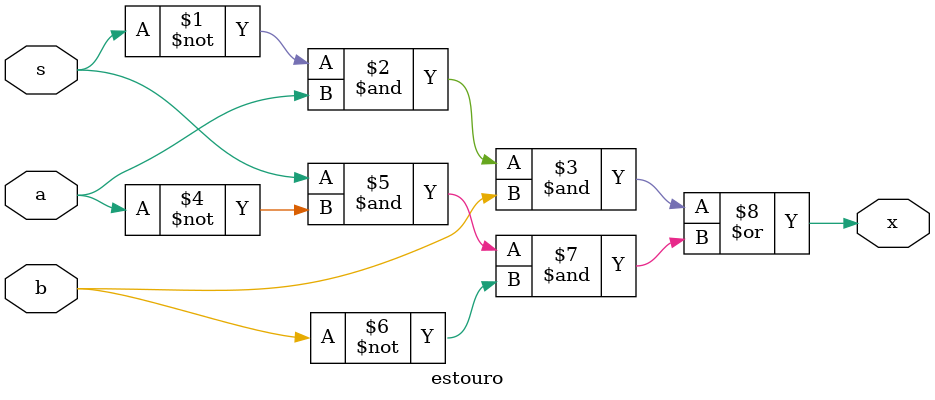
<source format=v>
module estouro
(
	input s, a, b,
	output x
);

	assign x = (~s & a & b) | (s & ~a & ~b);
	
endmodule 
</source>
